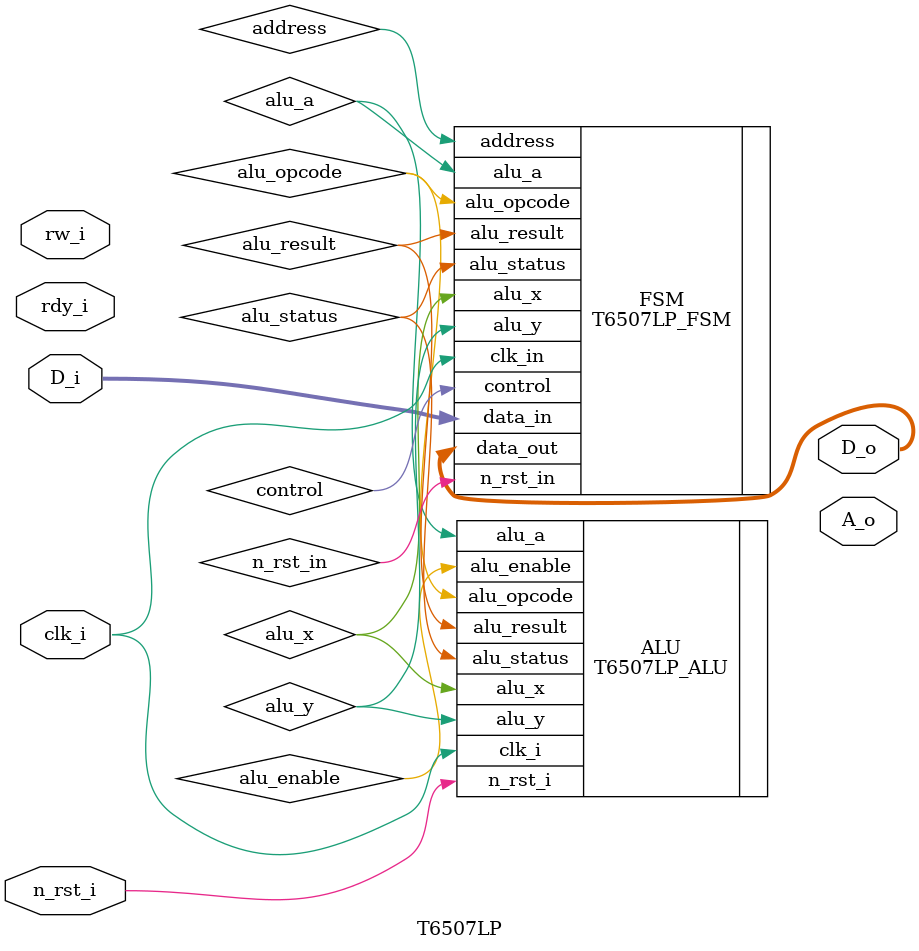
<source format=v>

`timescale 1ns / 1ps

`include  "T6507LP_ALU.v" 
`include  "T6507LP_FSM.v"

module T6507LP(n_rst_i, clk_i, rw_i, rdy_i, D_i, D_o, A_o);

input n_rst_i;
input clk_i;
input rw_i;
input rdy_i;
input [7:0] D_i;	// data, 8 bits wide
output [7:0] D_o;
output [12:0] A_o;	// address, 13 bits wide
`include  "T6507LP_Package.v"

// TODO: fix variables and signals naming convention
T6507LP_FSM FSM (
			.clk_in		(clk_i),
			.n_rst_in	(n_rst_in),
			.alu_result	(alu_result),
			.alu_status	(alu_status),
			.data_in		(D_i),
			.address	(address),
			.control	(control),
			.data_out(D_o),
			.alu_opcode	(alu_opcode),
			.alu_a		(alu_a),
			.alu_x		(alu_x),
			.alu_y		(alu_y)
		);

T6507LP_ALU ALU (
			.clk_i		(clk_i),
			.n_rst_i	(n_rst_i),
			.alu_enable	(alu_enable),
			.alu_result	(alu_result),
			.alu_status	(alu_status),
			.alu_opcode	(alu_opcode),
			.alu_a		(alu_a),
			.alu_x		(alu_x),
			.alu_y		(alu_y)
		);
endmodule

</source>
